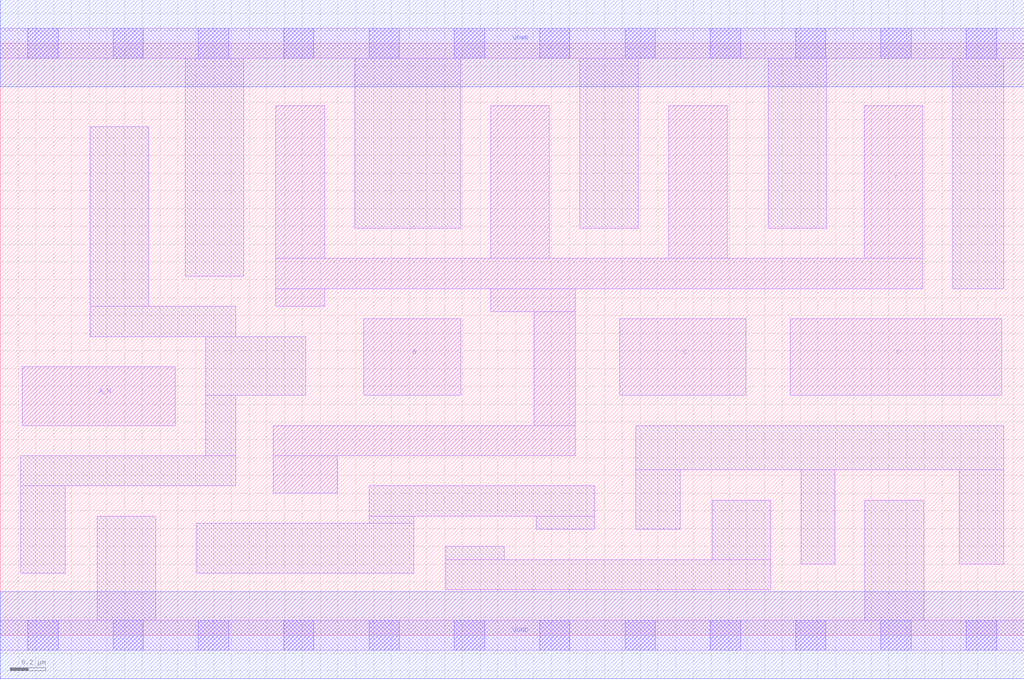
<source format=lef>
# Copyright 2020 The SkyWater PDK Authors
#
# Licensed under the Apache License, Version 2.0 (the "License");
# you may not use this file except in compliance with the License.
# You may obtain a copy of the License at
#
#     https://www.apache.org/licenses/LICENSE-2.0
#
# Unless required by applicable law or agreed to in writing, software
# distributed under the License is distributed on an "AS IS" BASIS,
# WITHOUT WARRANTIES OR CONDITIONS OF ANY KIND, either express or implied.
# See the License for the specific language governing permissions and
# limitations under the License.
#
# SPDX-License-Identifier: Apache-2.0

VERSION 5.7 ;
  NAMESCASESENSITIVE ON ;
  NOWIREEXTENSIONATPIN ON ;
  DIVIDERCHAR "/" ;
  BUSBITCHARS "[]" ;
UNITS
  DATABASE MICRONS 200 ;
END UNITS
MACRO sky130_fd_sc_ms__nand4b_2
  CLASS CORE ;
  FOREIGN sky130_fd_sc_ms__nand4b_2 ;
  ORIGIN  0.000000  0.000000 ;
  SIZE  5.760000 BY  3.330000 ;
  SYMMETRY X Y ;
  SITE unit ;
  PIN A_N
    ANTENNAGATEAREA  0.276000 ;
    DIRECTION INPUT ;
    USE SIGNAL ;
    PORT
      LAYER li1 ;
        RECT 0.125000 1.180000 0.985000 1.510000 ;
    END
  END A_N
  PIN B
    ANTENNAGATEAREA  0.625200 ;
    DIRECTION INPUT ;
    USE SIGNAL ;
    PORT
      LAYER li1 ;
        RECT 2.045000 1.350000 2.590000 1.780000 ;
    END
  END B
  PIN C
    ANTENNAGATEAREA  0.625200 ;
    DIRECTION INPUT ;
    USE SIGNAL ;
    PORT
      LAYER li1 ;
        RECT 3.485000 1.350000 4.195000 1.780000 ;
    END
  END C
  PIN D
    ANTENNAGATEAREA  0.625200 ;
    DIRECTION INPUT ;
    USE SIGNAL ;
    PORT
      LAYER li1 ;
        RECT 4.445000 1.350000 5.635000 1.780000 ;
    END
  END D
  PIN Y
    ANTENNADIFFAREA  1.439000 ;
    DIRECTION OUTPUT ;
    USE SIGNAL ;
    PORT
      LAYER li1 ;
        RECT 1.535000 0.800000 1.895000 1.010000 ;
        RECT 1.535000 1.010000 3.235000 1.180000 ;
        RECT 1.550000 1.850000 1.825000 1.950000 ;
        RECT 1.550000 1.950000 5.190000 2.120000 ;
        RECT 1.550000 2.120000 1.825000 2.980000 ;
        RECT 2.760000 1.820000 3.235000 1.950000 ;
        RECT 2.760000 2.120000 3.090000 2.980000 ;
        RECT 3.005000 1.180000 3.235000 1.820000 ;
        RECT 3.760000 2.120000 4.090000 2.980000 ;
        RECT 4.860000 2.120000 5.190000 2.980000 ;
    END
  END Y
  PIN VGND
    DIRECTION INOUT ;
    USE GROUND ;
    PORT
      LAYER met1 ;
        RECT 0.000000 -0.245000 5.760000 0.245000 ;
    END
  END VGND
  PIN VPWR
    DIRECTION INOUT ;
    USE POWER ;
    PORT
      LAYER met1 ;
        RECT 0.000000 3.085000 5.760000 3.575000 ;
    END
  END VPWR
  OBS
    LAYER li1 ;
      RECT 0.000000 -0.085000 5.760000 0.085000 ;
      RECT 0.000000  3.245000 5.760000 3.415000 ;
      RECT 0.115000  0.350000 0.365000 0.840000 ;
      RECT 0.115000  0.840000 1.325000 1.010000 ;
      RECT 0.505000  1.680000 1.325000 1.850000 ;
      RECT 0.505000  1.850000 0.835000 2.860000 ;
      RECT 0.545000  0.085000 0.875000 0.670000 ;
      RECT 1.040000  2.020000 1.370000 3.245000 ;
      RECT 1.105000  0.350000 2.325000 0.630000 ;
      RECT 1.155000  1.010000 1.325000 1.350000 ;
      RECT 1.155000  1.350000 1.720000 1.680000 ;
      RECT 1.995000  2.290000 2.590000 3.245000 ;
      RECT 2.075000  0.630000 2.325000 0.670000 ;
      RECT 2.075000  0.670000 3.345000 0.840000 ;
      RECT 2.505000  0.255000 4.335000 0.425000 ;
      RECT 2.505000  0.425000 2.835000 0.500000 ;
      RECT 3.015000  0.595000 3.345000 0.670000 ;
      RECT 3.260000  2.290000 3.590000 3.245000 ;
      RECT 3.575000  0.595000 3.825000 0.930000 ;
      RECT 3.575000  0.930000 5.645000 1.180000 ;
      RECT 4.005000  0.425000 4.335000 0.760000 ;
      RECT 4.320000  2.290000 4.650000 3.245000 ;
      RECT 4.505000  0.400000 4.695000 0.930000 ;
      RECT 4.865000  0.085000 5.195000 0.760000 ;
      RECT 5.360000  1.950000 5.645000 3.245000 ;
      RECT 5.395000  0.400000 5.645000 0.930000 ;
    LAYER mcon ;
      RECT 0.155000 -0.085000 0.325000 0.085000 ;
      RECT 0.155000  3.245000 0.325000 3.415000 ;
      RECT 0.635000 -0.085000 0.805000 0.085000 ;
      RECT 0.635000  3.245000 0.805000 3.415000 ;
      RECT 1.115000 -0.085000 1.285000 0.085000 ;
      RECT 1.115000  3.245000 1.285000 3.415000 ;
      RECT 1.595000 -0.085000 1.765000 0.085000 ;
      RECT 1.595000  3.245000 1.765000 3.415000 ;
      RECT 2.075000 -0.085000 2.245000 0.085000 ;
      RECT 2.075000  3.245000 2.245000 3.415000 ;
      RECT 2.555000 -0.085000 2.725000 0.085000 ;
      RECT 2.555000  3.245000 2.725000 3.415000 ;
      RECT 3.035000 -0.085000 3.205000 0.085000 ;
      RECT 3.035000  3.245000 3.205000 3.415000 ;
      RECT 3.515000 -0.085000 3.685000 0.085000 ;
      RECT 3.515000  3.245000 3.685000 3.415000 ;
      RECT 3.995000 -0.085000 4.165000 0.085000 ;
      RECT 3.995000  3.245000 4.165000 3.415000 ;
      RECT 4.475000 -0.085000 4.645000 0.085000 ;
      RECT 4.475000  3.245000 4.645000 3.415000 ;
      RECT 4.955000 -0.085000 5.125000 0.085000 ;
      RECT 4.955000  3.245000 5.125000 3.415000 ;
      RECT 5.435000 -0.085000 5.605000 0.085000 ;
      RECT 5.435000  3.245000 5.605000 3.415000 ;
  END
END sky130_fd_sc_ms__nand4b_2
END LIBRARY

</source>
